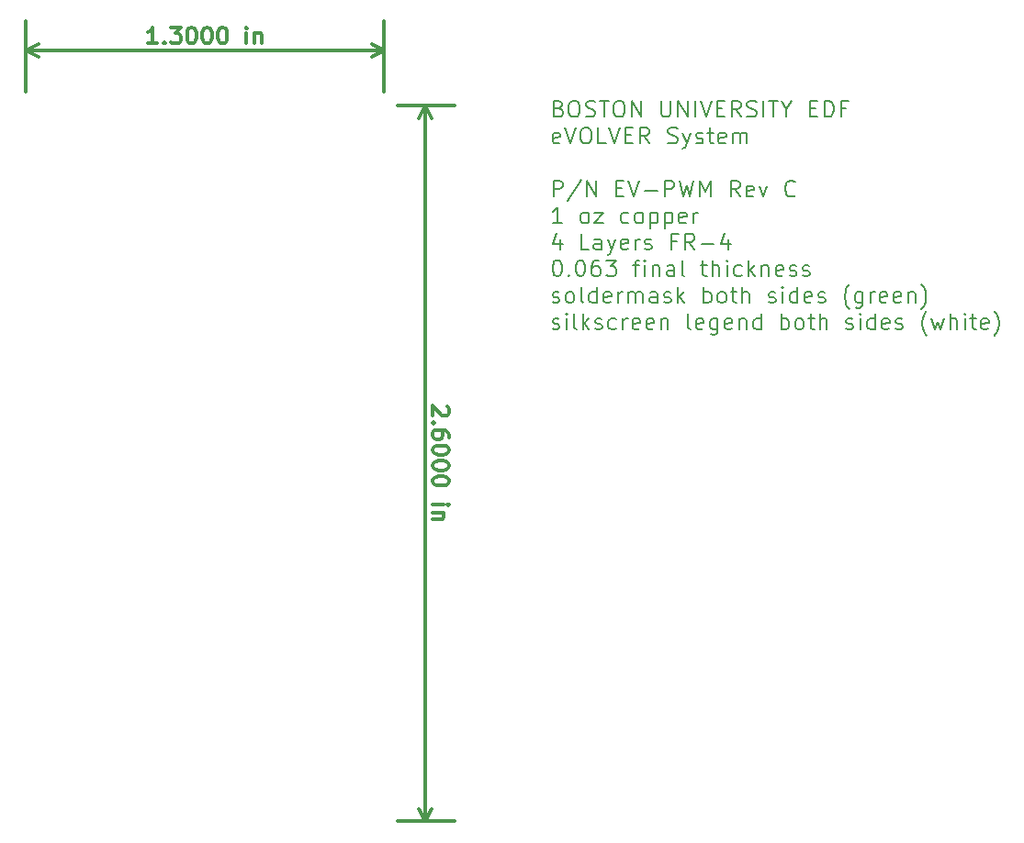
<source format=gbr>
G04 #@! TF.FileFunction,Drawing*
%FSLAX46Y46*%
G04 Gerber Fmt 4.6, Leading zero omitted, Abs format (unit mm)*
G04 Created by KiCad (PCBNEW 4.0.7) date Monday, October 08, 2018 'PMt' 05:16:59 PM*
%MOMM*%
%LPD*%
G01*
G04 APERTURE LIST*
%ADD10C,0.100000*%
%ADD11C,0.300000*%
%ADD12C,0.203200*%
G04 APERTURE END LIST*
D10*
D11*
X192528571Y-98890001D02*
X192600000Y-98961430D01*
X192671429Y-99104287D01*
X192671429Y-99461430D01*
X192600000Y-99604287D01*
X192528571Y-99675716D01*
X192385714Y-99747144D01*
X192242857Y-99747144D01*
X192028571Y-99675716D01*
X191171429Y-98818573D01*
X191171429Y-99747144D01*
X191314286Y-100390001D02*
X191242857Y-100461429D01*
X191171429Y-100390001D01*
X191242857Y-100318572D01*
X191314286Y-100390001D01*
X191171429Y-100390001D01*
X192671429Y-101747144D02*
X192671429Y-101461430D01*
X192600000Y-101318573D01*
X192528571Y-101247144D01*
X192314286Y-101104287D01*
X192028571Y-101032858D01*
X191457143Y-101032858D01*
X191314286Y-101104287D01*
X191242857Y-101175715D01*
X191171429Y-101318573D01*
X191171429Y-101604287D01*
X191242857Y-101747144D01*
X191314286Y-101818573D01*
X191457143Y-101890001D01*
X191814286Y-101890001D01*
X191957143Y-101818573D01*
X192028571Y-101747144D01*
X192100000Y-101604287D01*
X192100000Y-101318573D01*
X192028571Y-101175715D01*
X191957143Y-101104287D01*
X191814286Y-101032858D01*
X192671429Y-102818572D02*
X192671429Y-102961429D01*
X192600000Y-103104286D01*
X192528571Y-103175715D01*
X192385714Y-103247144D01*
X192100000Y-103318572D01*
X191742857Y-103318572D01*
X191457143Y-103247144D01*
X191314286Y-103175715D01*
X191242857Y-103104286D01*
X191171429Y-102961429D01*
X191171429Y-102818572D01*
X191242857Y-102675715D01*
X191314286Y-102604286D01*
X191457143Y-102532858D01*
X191742857Y-102461429D01*
X192100000Y-102461429D01*
X192385714Y-102532858D01*
X192528571Y-102604286D01*
X192600000Y-102675715D01*
X192671429Y-102818572D01*
X192671429Y-104247143D02*
X192671429Y-104390000D01*
X192600000Y-104532857D01*
X192528571Y-104604286D01*
X192385714Y-104675715D01*
X192100000Y-104747143D01*
X191742857Y-104747143D01*
X191457143Y-104675715D01*
X191314286Y-104604286D01*
X191242857Y-104532857D01*
X191171429Y-104390000D01*
X191171429Y-104247143D01*
X191242857Y-104104286D01*
X191314286Y-104032857D01*
X191457143Y-103961429D01*
X191742857Y-103890000D01*
X192100000Y-103890000D01*
X192385714Y-103961429D01*
X192528571Y-104032857D01*
X192600000Y-104104286D01*
X192671429Y-104247143D01*
X192671429Y-105675714D02*
X192671429Y-105818571D01*
X192600000Y-105961428D01*
X192528571Y-106032857D01*
X192385714Y-106104286D01*
X192100000Y-106175714D01*
X191742857Y-106175714D01*
X191457143Y-106104286D01*
X191314286Y-106032857D01*
X191242857Y-105961428D01*
X191171429Y-105818571D01*
X191171429Y-105675714D01*
X191242857Y-105532857D01*
X191314286Y-105461428D01*
X191457143Y-105390000D01*
X191742857Y-105318571D01*
X192100000Y-105318571D01*
X192385714Y-105390000D01*
X192528571Y-105461428D01*
X192600000Y-105532857D01*
X192671429Y-105675714D01*
X191171429Y-107961428D02*
X192171429Y-107961428D01*
X192671429Y-107961428D02*
X192600000Y-107889999D01*
X192528571Y-107961428D01*
X192600000Y-108032856D01*
X192671429Y-107961428D01*
X192528571Y-107961428D01*
X192171429Y-108675714D02*
X191171429Y-108675714D01*
X192028571Y-108675714D02*
X192100000Y-108747142D01*
X192171429Y-108890000D01*
X192171429Y-109104285D01*
X192100000Y-109247142D01*
X191957143Y-109318571D01*
X191171429Y-109318571D01*
X190500000Y-71120000D02*
X190500000Y-137160000D01*
X187960000Y-71120000D02*
X193200000Y-71120000D01*
X187960000Y-137160000D02*
X193200000Y-137160000D01*
X190500000Y-137160000D02*
X189913579Y-136033496D01*
X190500000Y-137160000D02*
X191086421Y-136033496D01*
X190500000Y-71120000D02*
X189913579Y-72246504D01*
X190500000Y-71120000D02*
X191086421Y-72246504D01*
X165787144Y-65368571D02*
X164930001Y-65368571D01*
X165358573Y-65368571D02*
X165358573Y-63868571D01*
X165215716Y-64082857D01*
X165072858Y-64225714D01*
X164930001Y-64297143D01*
X166430001Y-65225714D02*
X166501429Y-65297143D01*
X166430001Y-65368571D01*
X166358572Y-65297143D01*
X166430001Y-65225714D01*
X166430001Y-65368571D01*
X167001430Y-63868571D02*
X167930001Y-63868571D01*
X167430001Y-64440000D01*
X167644287Y-64440000D01*
X167787144Y-64511429D01*
X167858573Y-64582857D01*
X167930001Y-64725714D01*
X167930001Y-65082857D01*
X167858573Y-65225714D01*
X167787144Y-65297143D01*
X167644287Y-65368571D01*
X167215715Y-65368571D01*
X167072858Y-65297143D01*
X167001430Y-65225714D01*
X168858572Y-63868571D02*
X169001429Y-63868571D01*
X169144286Y-63940000D01*
X169215715Y-64011429D01*
X169287144Y-64154286D01*
X169358572Y-64440000D01*
X169358572Y-64797143D01*
X169287144Y-65082857D01*
X169215715Y-65225714D01*
X169144286Y-65297143D01*
X169001429Y-65368571D01*
X168858572Y-65368571D01*
X168715715Y-65297143D01*
X168644286Y-65225714D01*
X168572858Y-65082857D01*
X168501429Y-64797143D01*
X168501429Y-64440000D01*
X168572858Y-64154286D01*
X168644286Y-64011429D01*
X168715715Y-63940000D01*
X168858572Y-63868571D01*
X170287143Y-63868571D02*
X170430000Y-63868571D01*
X170572857Y-63940000D01*
X170644286Y-64011429D01*
X170715715Y-64154286D01*
X170787143Y-64440000D01*
X170787143Y-64797143D01*
X170715715Y-65082857D01*
X170644286Y-65225714D01*
X170572857Y-65297143D01*
X170430000Y-65368571D01*
X170287143Y-65368571D01*
X170144286Y-65297143D01*
X170072857Y-65225714D01*
X170001429Y-65082857D01*
X169930000Y-64797143D01*
X169930000Y-64440000D01*
X170001429Y-64154286D01*
X170072857Y-64011429D01*
X170144286Y-63940000D01*
X170287143Y-63868571D01*
X171715714Y-63868571D02*
X171858571Y-63868571D01*
X172001428Y-63940000D01*
X172072857Y-64011429D01*
X172144286Y-64154286D01*
X172215714Y-64440000D01*
X172215714Y-64797143D01*
X172144286Y-65082857D01*
X172072857Y-65225714D01*
X172001428Y-65297143D01*
X171858571Y-65368571D01*
X171715714Y-65368571D01*
X171572857Y-65297143D01*
X171501428Y-65225714D01*
X171430000Y-65082857D01*
X171358571Y-64797143D01*
X171358571Y-64440000D01*
X171430000Y-64154286D01*
X171501428Y-64011429D01*
X171572857Y-63940000D01*
X171715714Y-63868571D01*
X174001428Y-65368571D02*
X174001428Y-64368571D01*
X174001428Y-63868571D02*
X173929999Y-63940000D01*
X174001428Y-64011429D01*
X174072856Y-63940000D01*
X174001428Y-63868571D01*
X174001428Y-64011429D01*
X174715714Y-64368571D02*
X174715714Y-65368571D01*
X174715714Y-64511429D02*
X174787142Y-64440000D01*
X174930000Y-64368571D01*
X175144285Y-64368571D01*
X175287142Y-64440000D01*
X175358571Y-64582857D01*
X175358571Y-65368571D01*
X153670000Y-66040000D02*
X186690000Y-66040000D01*
X153670000Y-69850000D02*
X153670000Y-63340000D01*
X186690000Y-69850000D02*
X186690000Y-63340000D01*
X186690000Y-66040000D02*
X185563496Y-66626421D01*
X186690000Y-66040000D02*
X185563496Y-65453579D01*
X153670000Y-66040000D02*
X154796504Y-66626421D01*
X153670000Y-66040000D02*
X154796504Y-65453579D01*
D12*
X202787143Y-71360057D02*
X203001429Y-71431486D01*
X203072857Y-71502914D01*
X203144286Y-71645771D01*
X203144286Y-71860057D01*
X203072857Y-72002914D01*
X203001429Y-72074343D01*
X202858571Y-72145771D01*
X202287143Y-72145771D01*
X202287143Y-70645771D01*
X202787143Y-70645771D01*
X202930000Y-70717200D01*
X203001429Y-70788629D01*
X203072857Y-70931486D01*
X203072857Y-71074343D01*
X203001429Y-71217200D01*
X202930000Y-71288629D01*
X202787143Y-71360057D01*
X202287143Y-71360057D01*
X204072857Y-70645771D02*
X204358571Y-70645771D01*
X204501429Y-70717200D01*
X204644286Y-70860057D01*
X204715714Y-71145771D01*
X204715714Y-71645771D01*
X204644286Y-71931486D01*
X204501429Y-72074343D01*
X204358571Y-72145771D01*
X204072857Y-72145771D01*
X203930000Y-72074343D01*
X203787143Y-71931486D01*
X203715714Y-71645771D01*
X203715714Y-71145771D01*
X203787143Y-70860057D01*
X203930000Y-70717200D01*
X204072857Y-70645771D01*
X205287143Y-72074343D02*
X205501429Y-72145771D01*
X205858572Y-72145771D01*
X206001429Y-72074343D01*
X206072858Y-72002914D01*
X206144286Y-71860057D01*
X206144286Y-71717200D01*
X206072858Y-71574343D01*
X206001429Y-71502914D01*
X205858572Y-71431486D01*
X205572858Y-71360057D01*
X205430000Y-71288629D01*
X205358572Y-71217200D01*
X205287143Y-71074343D01*
X205287143Y-70931486D01*
X205358572Y-70788629D01*
X205430000Y-70717200D01*
X205572858Y-70645771D01*
X205930000Y-70645771D01*
X206144286Y-70717200D01*
X206572857Y-70645771D02*
X207430000Y-70645771D01*
X207001429Y-72145771D02*
X207001429Y-70645771D01*
X208215714Y-70645771D02*
X208501428Y-70645771D01*
X208644286Y-70717200D01*
X208787143Y-70860057D01*
X208858571Y-71145771D01*
X208858571Y-71645771D01*
X208787143Y-71931486D01*
X208644286Y-72074343D01*
X208501428Y-72145771D01*
X208215714Y-72145771D01*
X208072857Y-72074343D01*
X207930000Y-71931486D01*
X207858571Y-71645771D01*
X207858571Y-71145771D01*
X207930000Y-70860057D01*
X208072857Y-70717200D01*
X208215714Y-70645771D01*
X209501429Y-72145771D02*
X209501429Y-70645771D01*
X210358572Y-72145771D01*
X210358572Y-70645771D01*
X212215715Y-70645771D02*
X212215715Y-71860057D01*
X212287143Y-72002914D01*
X212358572Y-72074343D01*
X212501429Y-72145771D01*
X212787143Y-72145771D01*
X212930001Y-72074343D01*
X213001429Y-72002914D01*
X213072858Y-71860057D01*
X213072858Y-70645771D01*
X213787144Y-72145771D02*
X213787144Y-70645771D01*
X214644287Y-72145771D01*
X214644287Y-70645771D01*
X215358573Y-72145771D02*
X215358573Y-70645771D01*
X215858573Y-70645771D02*
X216358573Y-72145771D01*
X216858573Y-70645771D01*
X217358573Y-71360057D02*
X217858573Y-71360057D01*
X218072859Y-72145771D02*
X217358573Y-72145771D01*
X217358573Y-70645771D01*
X218072859Y-70645771D01*
X219572859Y-72145771D02*
X219072859Y-71431486D01*
X218715716Y-72145771D02*
X218715716Y-70645771D01*
X219287144Y-70645771D01*
X219430002Y-70717200D01*
X219501430Y-70788629D01*
X219572859Y-70931486D01*
X219572859Y-71145771D01*
X219501430Y-71288629D01*
X219430002Y-71360057D01*
X219287144Y-71431486D01*
X218715716Y-71431486D01*
X220144287Y-72074343D02*
X220358573Y-72145771D01*
X220715716Y-72145771D01*
X220858573Y-72074343D01*
X220930002Y-72002914D01*
X221001430Y-71860057D01*
X221001430Y-71717200D01*
X220930002Y-71574343D01*
X220858573Y-71502914D01*
X220715716Y-71431486D01*
X220430002Y-71360057D01*
X220287144Y-71288629D01*
X220215716Y-71217200D01*
X220144287Y-71074343D01*
X220144287Y-70931486D01*
X220215716Y-70788629D01*
X220287144Y-70717200D01*
X220430002Y-70645771D01*
X220787144Y-70645771D01*
X221001430Y-70717200D01*
X221644287Y-72145771D02*
X221644287Y-70645771D01*
X222144287Y-70645771D02*
X223001430Y-70645771D01*
X222572859Y-72145771D02*
X222572859Y-70645771D01*
X223787144Y-71431486D02*
X223787144Y-72145771D01*
X223287144Y-70645771D02*
X223787144Y-71431486D01*
X224287144Y-70645771D01*
X225930001Y-71360057D02*
X226430001Y-71360057D01*
X226644287Y-72145771D02*
X225930001Y-72145771D01*
X225930001Y-70645771D01*
X226644287Y-70645771D01*
X227287144Y-72145771D02*
X227287144Y-70645771D01*
X227644287Y-70645771D01*
X227858572Y-70717200D01*
X228001430Y-70860057D01*
X228072858Y-71002914D01*
X228144287Y-71288629D01*
X228144287Y-71502914D01*
X228072858Y-71788629D01*
X228001430Y-71931486D01*
X227858572Y-72074343D01*
X227644287Y-72145771D01*
X227287144Y-72145771D01*
X229287144Y-71360057D02*
X228787144Y-71360057D01*
X228787144Y-72145771D02*
X228787144Y-70645771D01*
X229501430Y-70645771D01*
X202858571Y-74527543D02*
X202715714Y-74598971D01*
X202430000Y-74598971D01*
X202287143Y-74527543D01*
X202215714Y-74384686D01*
X202215714Y-73813257D01*
X202287143Y-73670400D01*
X202430000Y-73598971D01*
X202715714Y-73598971D01*
X202858571Y-73670400D01*
X202930000Y-73813257D01*
X202930000Y-73956114D01*
X202215714Y-74098971D01*
X203358571Y-73098971D02*
X203858571Y-74598971D01*
X204358571Y-73098971D01*
X205144285Y-73098971D02*
X205429999Y-73098971D01*
X205572857Y-73170400D01*
X205715714Y-73313257D01*
X205787142Y-73598971D01*
X205787142Y-74098971D01*
X205715714Y-74384686D01*
X205572857Y-74527543D01*
X205429999Y-74598971D01*
X205144285Y-74598971D01*
X205001428Y-74527543D01*
X204858571Y-74384686D01*
X204787142Y-74098971D01*
X204787142Y-73598971D01*
X204858571Y-73313257D01*
X205001428Y-73170400D01*
X205144285Y-73098971D01*
X207144286Y-74598971D02*
X206430000Y-74598971D01*
X206430000Y-73098971D01*
X207430000Y-73098971D02*
X207930000Y-74598971D01*
X208430000Y-73098971D01*
X208930000Y-73813257D02*
X209430000Y-73813257D01*
X209644286Y-74598971D02*
X208930000Y-74598971D01*
X208930000Y-73098971D01*
X209644286Y-73098971D01*
X211144286Y-74598971D02*
X210644286Y-73884686D01*
X210287143Y-74598971D02*
X210287143Y-73098971D01*
X210858571Y-73098971D01*
X211001429Y-73170400D01*
X211072857Y-73241829D01*
X211144286Y-73384686D01*
X211144286Y-73598971D01*
X211072857Y-73741829D01*
X211001429Y-73813257D01*
X210858571Y-73884686D01*
X210287143Y-73884686D01*
X212858571Y-74527543D02*
X213072857Y-74598971D01*
X213430000Y-74598971D01*
X213572857Y-74527543D01*
X213644286Y-74456114D01*
X213715714Y-74313257D01*
X213715714Y-74170400D01*
X213644286Y-74027543D01*
X213572857Y-73956114D01*
X213430000Y-73884686D01*
X213144286Y-73813257D01*
X213001428Y-73741829D01*
X212930000Y-73670400D01*
X212858571Y-73527543D01*
X212858571Y-73384686D01*
X212930000Y-73241829D01*
X213001428Y-73170400D01*
X213144286Y-73098971D01*
X213501428Y-73098971D01*
X213715714Y-73170400D01*
X214215714Y-73598971D02*
X214572857Y-74598971D01*
X214929999Y-73598971D02*
X214572857Y-74598971D01*
X214429999Y-74956114D01*
X214358571Y-75027543D01*
X214215714Y-75098971D01*
X215429999Y-74527543D02*
X215572856Y-74598971D01*
X215858571Y-74598971D01*
X216001428Y-74527543D01*
X216072856Y-74384686D01*
X216072856Y-74313257D01*
X216001428Y-74170400D01*
X215858571Y-74098971D01*
X215644285Y-74098971D01*
X215501428Y-74027543D01*
X215429999Y-73884686D01*
X215429999Y-73813257D01*
X215501428Y-73670400D01*
X215644285Y-73598971D01*
X215858571Y-73598971D01*
X216001428Y-73670400D01*
X216501428Y-73598971D02*
X217072857Y-73598971D01*
X216715714Y-73098971D02*
X216715714Y-74384686D01*
X216787142Y-74527543D01*
X216930000Y-74598971D01*
X217072857Y-74598971D01*
X218144285Y-74527543D02*
X218001428Y-74598971D01*
X217715714Y-74598971D01*
X217572857Y-74527543D01*
X217501428Y-74384686D01*
X217501428Y-73813257D01*
X217572857Y-73670400D01*
X217715714Y-73598971D01*
X218001428Y-73598971D01*
X218144285Y-73670400D01*
X218215714Y-73813257D01*
X218215714Y-73956114D01*
X217501428Y-74098971D01*
X218858571Y-74598971D02*
X218858571Y-73598971D01*
X218858571Y-73741829D02*
X218929999Y-73670400D01*
X219072857Y-73598971D01*
X219287142Y-73598971D01*
X219429999Y-73670400D01*
X219501428Y-73813257D01*
X219501428Y-74598971D01*
X219501428Y-73813257D02*
X219572857Y-73670400D01*
X219715714Y-73598971D01*
X219929999Y-73598971D01*
X220072857Y-73670400D01*
X220144285Y-73813257D01*
X220144285Y-74598971D01*
X202287143Y-79505371D02*
X202287143Y-78005371D01*
X202858571Y-78005371D01*
X203001429Y-78076800D01*
X203072857Y-78148229D01*
X203144286Y-78291086D01*
X203144286Y-78505371D01*
X203072857Y-78648229D01*
X203001429Y-78719657D01*
X202858571Y-78791086D01*
X202287143Y-78791086D01*
X204858571Y-77933943D02*
X203572857Y-79862514D01*
X205358572Y-79505371D02*
X205358572Y-78005371D01*
X206215715Y-79505371D01*
X206215715Y-78005371D01*
X208072858Y-78719657D02*
X208572858Y-78719657D01*
X208787144Y-79505371D02*
X208072858Y-79505371D01*
X208072858Y-78005371D01*
X208787144Y-78005371D01*
X209215715Y-78005371D02*
X209715715Y-79505371D01*
X210215715Y-78005371D01*
X210715715Y-78933943D02*
X211858572Y-78933943D01*
X212572858Y-79505371D02*
X212572858Y-78005371D01*
X213144286Y-78005371D01*
X213287144Y-78076800D01*
X213358572Y-78148229D01*
X213430001Y-78291086D01*
X213430001Y-78505371D01*
X213358572Y-78648229D01*
X213287144Y-78719657D01*
X213144286Y-78791086D01*
X212572858Y-78791086D01*
X213930001Y-78005371D02*
X214287144Y-79505371D01*
X214572858Y-78433943D01*
X214858572Y-79505371D01*
X215215715Y-78005371D01*
X215787144Y-79505371D02*
X215787144Y-78005371D01*
X216287144Y-79076800D01*
X216787144Y-78005371D01*
X216787144Y-79505371D01*
X219501430Y-79505371D02*
X219001430Y-78791086D01*
X218644287Y-79505371D02*
X218644287Y-78005371D01*
X219215715Y-78005371D01*
X219358573Y-78076800D01*
X219430001Y-78148229D01*
X219501430Y-78291086D01*
X219501430Y-78505371D01*
X219430001Y-78648229D01*
X219358573Y-78719657D01*
X219215715Y-78791086D01*
X218644287Y-78791086D01*
X220715715Y-79433943D02*
X220572858Y-79505371D01*
X220287144Y-79505371D01*
X220144287Y-79433943D01*
X220072858Y-79291086D01*
X220072858Y-78719657D01*
X220144287Y-78576800D01*
X220287144Y-78505371D01*
X220572858Y-78505371D01*
X220715715Y-78576800D01*
X220787144Y-78719657D01*
X220787144Y-78862514D01*
X220072858Y-79005371D01*
X221287144Y-78505371D02*
X221644287Y-79505371D01*
X222001429Y-78505371D01*
X224572858Y-79362514D02*
X224501429Y-79433943D01*
X224287143Y-79505371D01*
X224144286Y-79505371D01*
X223930001Y-79433943D01*
X223787143Y-79291086D01*
X223715715Y-79148229D01*
X223644286Y-78862514D01*
X223644286Y-78648229D01*
X223715715Y-78362514D01*
X223787143Y-78219657D01*
X223930001Y-78076800D01*
X224144286Y-78005371D01*
X224287143Y-78005371D01*
X224501429Y-78076800D01*
X224572858Y-78148229D01*
X203072857Y-81958571D02*
X202215714Y-81958571D01*
X202644286Y-81958571D02*
X202644286Y-80458571D01*
X202501429Y-80672857D01*
X202358571Y-80815714D01*
X202215714Y-80887143D01*
X205072857Y-81958571D02*
X204929999Y-81887143D01*
X204858571Y-81815714D01*
X204787142Y-81672857D01*
X204787142Y-81244286D01*
X204858571Y-81101429D01*
X204929999Y-81030000D01*
X205072857Y-80958571D01*
X205287142Y-80958571D01*
X205429999Y-81030000D01*
X205501428Y-81101429D01*
X205572857Y-81244286D01*
X205572857Y-81672857D01*
X205501428Y-81815714D01*
X205429999Y-81887143D01*
X205287142Y-81958571D01*
X205072857Y-81958571D01*
X206072857Y-80958571D02*
X206858571Y-80958571D01*
X206072857Y-81958571D01*
X206858571Y-81958571D01*
X209215714Y-81887143D02*
X209072857Y-81958571D01*
X208787143Y-81958571D01*
X208644285Y-81887143D01*
X208572857Y-81815714D01*
X208501428Y-81672857D01*
X208501428Y-81244286D01*
X208572857Y-81101429D01*
X208644285Y-81030000D01*
X208787143Y-80958571D01*
X209072857Y-80958571D01*
X209215714Y-81030000D01*
X210072857Y-81958571D02*
X209929999Y-81887143D01*
X209858571Y-81815714D01*
X209787142Y-81672857D01*
X209787142Y-81244286D01*
X209858571Y-81101429D01*
X209929999Y-81030000D01*
X210072857Y-80958571D01*
X210287142Y-80958571D01*
X210429999Y-81030000D01*
X210501428Y-81101429D01*
X210572857Y-81244286D01*
X210572857Y-81672857D01*
X210501428Y-81815714D01*
X210429999Y-81887143D01*
X210287142Y-81958571D01*
X210072857Y-81958571D01*
X211215714Y-80958571D02*
X211215714Y-82458571D01*
X211215714Y-81030000D02*
X211358571Y-80958571D01*
X211644285Y-80958571D01*
X211787142Y-81030000D01*
X211858571Y-81101429D01*
X211930000Y-81244286D01*
X211930000Y-81672857D01*
X211858571Y-81815714D01*
X211787142Y-81887143D01*
X211644285Y-81958571D01*
X211358571Y-81958571D01*
X211215714Y-81887143D01*
X212572857Y-80958571D02*
X212572857Y-82458571D01*
X212572857Y-81030000D02*
X212715714Y-80958571D01*
X213001428Y-80958571D01*
X213144285Y-81030000D01*
X213215714Y-81101429D01*
X213287143Y-81244286D01*
X213287143Y-81672857D01*
X213215714Y-81815714D01*
X213144285Y-81887143D01*
X213001428Y-81958571D01*
X212715714Y-81958571D01*
X212572857Y-81887143D01*
X214501428Y-81887143D02*
X214358571Y-81958571D01*
X214072857Y-81958571D01*
X213930000Y-81887143D01*
X213858571Y-81744286D01*
X213858571Y-81172857D01*
X213930000Y-81030000D01*
X214072857Y-80958571D01*
X214358571Y-80958571D01*
X214501428Y-81030000D01*
X214572857Y-81172857D01*
X214572857Y-81315714D01*
X213858571Y-81458571D01*
X215215714Y-81958571D02*
X215215714Y-80958571D01*
X215215714Y-81244286D02*
X215287142Y-81101429D01*
X215358571Y-81030000D01*
X215501428Y-80958571D01*
X215644285Y-80958571D01*
X202930000Y-83411771D02*
X202930000Y-84411771D01*
X202572857Y-82840343D02*
X202215714Y-83911771D01*
X203144286Y-83911771D01*
X205572857Y-84411771D02*
X204858571Y-84411771D01*
X204858571Y-82911771D01*
X206715714Y-84411771D02*
X206715714Y-83626057D01*
X206644285Y-83483200D01*
X206501428Y-83411771D01*
X206215714Y-83411771D01*
X206072857Y-83483200D01*
X206715714Y-84340343D02*
X206572857Y-84411771D01*
X206215714Y-84411771D01*
X206072857Y-84340343D01*
X206001428Y-84197486D01*
X206001428Y-84054629D01*
X206072857Y-83911771D01*
X206215714Y-83840343D01*
X206572857Y-83840343D01*
X206715714Y-83768914D01*
X207287143Y-83411771D02*
X207644286Y-84411771D01*
X208001428Y-83411771D02*
X207644286Y-84411771D01*
X207501428Y-84768914D01*
X207430000Y-84840343D01*
X207287143Y-84911771D01*
X209144285Y-84340343D02*
X209001428Y-84411771D01*
X208715714Y-84411771D01*
X208572857Y-84340343D01*
X208501428Y-84197486D01*
X208501428Y-83626057D01*
X208572857Y-83483200D01*
X208715714Y-83411771D01*
X209001428Y-83411771D01*
X209144285Y-83483200D01*
X209215714Y-83626057D01*
X209215714Y-83768914D01*
X208501428Y-83911771D01*
X209858571Y-84411771D02*
X209858571Y-83411771D01*
X209858571Y-83697486D02*
X209929999Y-83554629D01*
X210001428Y-83483200D01*
X210144285Y-83411771D01*
X210287142Y-83411771D01*
X210715713Y-84340343D02*
X210858570Y-84411771D01*
X211144285Y-84411771D01*
X211287142Y-84340343D01*
X211358570Y-84197486D01*
X211358570Y-84126057D01*
X211287142Y-83983200D01*
X211144285Y-83911771D01*
X210929999Y-83911771D01*
X210787142Y-83840343D01*
X210715713Y-83697486D01*
X210715713Y-83626057D01*
X210787142Y-83483200D01*
X210929999Y-83411771D01*
X211144285Y-83411771D01*
X211287142Y-83483200D01*
X213644285Y-83626057D02*
X213144285Y-83626057D01*
X213144285Y-84411771D02*
X213144285Y-82911771D01*
X213858571Y-82911771D01*
X215287142Y-84411771D02*
X214787142Y-83697486D01*
X214429999Y-84411771D02*
X214429999Y-82911771D01*
X215001427Y-82911771D01*
X215144285Y-82983200D01*
X215215713Y-83054629D01*
X215287142Y-83197486D01*
X215287142Y-83411771D01*
X215215713Y-83554629D01*
X215144285Y-83626057D01*
X215001427Y-83697486D01*
X214429999Y-83697486D01*
X215929999Y-83840343D02*
X217072856Y-83840343D01*
X218429999Y-83411771D02*
X218429999Y-84411771D01*
X218072856Y-82840343D02*
X217715713Y-83911771D01*
X218644285Y-83911771D01*
X202572857Y-85364971D02*
X202715714Y-85364971D01*
X202858571Y-85436400D01*
X202930000Y-85507829D01*
X203001429Y-85650686D01*
X203072857Y-85936400D01*
X203072857Y-86293543D01*
X203001429Y-86579257D01*
X202930000Y-86722114D01*
X202858571Y-86793543D01*
X202715714Y-86864971D01*
X202572857Y-86864971D01*
X202430000Y-86793543D01*
X202358571Y-86722114D01*
X202287143Y-86579257D01*
X202215714Y-86293543D01*
X202215714Y-85936400D01*
X202287143Y-85650686D01*
X202358571Y-85507829D01*
X202430000Y-85436400D01*
X202572857Y-85364971D01*
X203715714Y-86722114D02*
X203787142Y-86793543D01*
X203715714Y-86864971D01*
X203644285Y-86793543D01*
X203715714Y-86722114D01*
X203715714Y-86864971D01*
X204715714Y-85364971D02*
X204858571Y-85364971D01*
X205001428Y-85436400D01*
X205072857Y-85507829D01*
X205144286Y-85650686D01*
X205215714Y-85936400D01*
X205215714Y-86293543D01*
X205144286Y-86579257D01*
X205072857Y-86722114D01*
X205001428Y-86793543D01*
X204858571Y-86864971D01*
X204715714Y-86864971D01*
X204572857Y-86793543D01*
X204501428Y-86722114D01*
X204430000Y-86579257D01*
X204358571Y-86293543D01*
X204358571Y-85936400D01*
X204430000Y-85650686D01*
X204501428Y-85507829D01*
X204572857Y-85436400D01*
X204715714Y-85364971D01*
X206501428Y-85364971D02*
X206215714Y-85364971D01*
X206072857Y-85436400D01*
X206001428Y-85507829D01*
X205858571Y-85722114D01*
X205787142Y-86007829D01*
X205787142Y-86579257D01*
X205858571Y-86722114D01*
X205929999Y-86793543D01*
X206072857Y-86864971D01*
X206358571Y-86864971D01*
X206501428Y-86793543D01*
X206572857Y-86722114D01*
X206644285Y-86579257D01*
X206644285Y-86222114D01*
X206572857Y-86079257D01*
X206501428Y-86007829D01*
X206358571Y-85936400D01*
X206072857Y-85936400D01*
X205929999Y-86007829D01*
X205858571Y-86079257D01*
X205787142Y-86222114D01*
X207144285Y-85364971D02*
X208072856Y-85364971D01*
X207572856Y-85936400D01*
X207787142Y-85936400D01*
X207929999Y-86007829D01*
X208001428Y-86079257D01*
X208072856Y-86222114D01*
X208072856Y-86579257D01*
X208001428Y-86722114D01*
X207929999Y-86793543D01*
X207787142Y-86864971D01*
X207358570Y-86864971D01*
X207215713Y-86793543D01*
X207144285Y-86722114D01*
X209644284Y-85864971D02*
X210215713Y-85864971D01*
X209858570Y-86864971D02*
X209858570Y-85579257D01*
X209929998Y-85436400D01*
X210072856Y-85364971D01*
X210215713Y-85364971D01*
X210715713Y-86864971D02*
X210715713Y-85864971D01*
X210715713Y-85364971D02*
X210644284Y-85436400D01*
X210715713Y-85507829D01*
X210787141Y-85436400D01*
X210715713Y-85364971D01*
X210715713Y-85507829D01*
X211429999Y-85864971D02*
X211429999Y-86864971D01*
X211429999Y-86007829D02*
X211501427Y-85936400D01*
X211644285Y-85864971D01*
X211858570Y-85864971D01*
X212001427Y-85936400D01*
X212072856Y-86079257D01*
X212072856Y-86864971D01*
X213429999Y-86864971D02*
X213429999Y-86079257D01*
X213358570Y-85936400D01*
X213215713Y-85864971D01*
X212929999Y-85864971D01*
X212787142Y-85936400D01*
X213429999Y-86793543D02*
X213287142Y-86864971D01*
X212929999Y-86864971D01*
X212787142Y-86793543D01*
X212715713Y-86650686D01*
X212715713Y-86507829D01*
X212787142Y-86364971D01*
X212929999Y-86293543D01*
X213287142Y-86293543D01*
X213429999Y-86222114D01*
X214358571Y-86864971D02*
X214215713Y-86793543D01*
X214144285Y-86650686D01*
X214144285Y-85364971D01*
X215858570Y-85864971D02*
X216429999Y-85864971D01*
X216072856Y-85364971D02*
X216072856Y-86650686D01*
X216144284Y-86793543D01*
X216287142Y-86864971D01*
X216429999Y-86864971D01*
X216929999Y-86864971D02*
X216929999Y-85364971D01*
X217572856Y-86864971D02*
X217572856Y-86079257D01*
X217501427Y-85936400D01*
X217358570Y-85864971D01*
X217144285Y-85864971D01*
X217001427Y-85936400D01*
X216929999Y-86007829D01*
X218287142Y-86864971D02*
X218287142Y-85864971D01*
X218287142Y-85364971D02*
X218215713Y-85436400D01*
X218287142Y-85507829D01*
X218358570Y-85436400D01*
X218287142Y-85364971D01*
X218287142Y-85507829D01*
X219644285Y-86793543D02*
X219501428Y-86864971D01*
X219215714Y-86864971D01*
X219072856Y-86793543D01*
X219001428Y-86722114D01*
X218929999Y-86579257D01*
X218929999Y-86150686D01*
X219001428Y-86007829D01*
X219072856Y-85936400D01*
X219215714Y-85864971D01*
X219501428Y-85864971D01*
X219644285Y-85936400D01*
X220287142Y-86864971D02*
X220287142Y-85364971D01*
X220429999Y-86293543D02*
X220858570Y-86864971D01*
X220858570Y-85864971D02*
X220287142Y-86436400D01*
X221501428Y-85864971D02*
X221501428Y-86864971D01*
X221501428Y-86007829D02*
X221572856Y-85936400D01*
X221715714Y-85864971D01*
X221929999Y-85864971D01*
X222072856Y-85936400D01*
X222144285Y-86079257D01*
X222144285Y-86864971D01*
X223429999Y-86793543D02*
X223287142Y-86864971D01*
X223001428Y-86864971D01*
X222858571Y-86793543D01*
X222787142Y-86650686D01*
X222787142Y-86079257D01*
X222858571Y-85936400D01*
X223001428Y-85864971D01*
X223287142Y-85864971D01*
X223429999Y-85936400D01*
X223501428Y-86079257D01*
X223501428Y-86222114D01*
X222787142Y-86364971D01*
X224072856Y-86793543D02*
X224215713Y-86864971D01*
X224501428Y-86864971D01*
X224644285Y-86793543D01*
X224715713Y-86650686D01*
X224715713Y-86579257D01*
X224644285Y-86436400D01*
X224501428Y-86364971D01*
X224287142Y-86364971D01*
X224144285Y-86293543D01*
X224072856Y-86150686D01*
X224072856Y-86079257D01*
X224144285Y-85936400D01*
X224287142Y-85864971D01*
X224501428Y-85864971D01*
X224644285Y-85936400D01*
X225287142Y-86793543D02*
X225429999Y-86864971D01*
X225715714Y-86864971D01*
X225858571Y-86793543D01*
X225929999Y-86650686D01*
X225929999Y-86579257D01*
X225858571Y-86436400D01*
X225715714Y-86364971D01*
X225501428Y-86364971D01*
X225358571Y-86293543D01*
X225287142Y-86150686D01*
X225287142Y-86079257D01*
X225358571Y-85936400D01*
X225501428Y-85864971D01*
X225715714Y-85864971D01*
X225858571Y-85936400D01*
X202215714Y-89246743D02*
X202358571Y-89318171D01*
X202644286Y-89318171D01*
X202787143Y-89246743D01*
X202858571Y-89103886D01*
X202858571Y-89032457D01*
X202787143Y-88889600D01*
X202644286Y-88818171D01*
X202430000Y-88818171D01*
X202287143Y-88746743D01*
X202215714Y-88603886D01*
X202215714Y-88532457D01*
X202287143Y-88389600D01*
X202430000Y-88318171D01*
X202644286Y-88318171D01*
X202787143Y-88389600D01*
X203715715Y-89318171D02*
X203572857Y-89246743D01*
X203501429Y-89175314D01*
X203430000Y-89032457D01*
X203430000Y-88603886D01*
X203501429Y-88461029D01*
X203572857Y-88389600D01*
X203715715Y-88318171D01*
X203930000Y-88318171D01*
X204072857Y-88389600D01*
X204144286Y-88461029D01*
X204215715Y-88603886D01*
X204215715Y-89032457D01*
X204144286Y-89175314D01*
X204072857Y-89246743D01*
X203930000Y-89318171D01*
X203715715Y-89318171D01*
X205072858Y-89318171D02*
X204930000Y-89246743D01*
X204858572Y-89103886D01*
X204858572Y-87818171D01*
X206287143Y-89318171D02*
X206287143Y-87818171D01*
X206287143Y-89246743D02*
X206144286Y-89318171D01*
X205858572Y-89318171D01*
X205715714Y-89246743D01*
X205644286Y-89175314D01*
X205572857Y-89032457D01*
X205572857Y-88603886D01*
X205644286Y-88461029D01*
X205715714Y-88389600D01*
X205858572Y-88318171D01*
X206144286Y-88318171D01*
X206287143Y-88389600D01*
X207572857Y-89246743D02*
X207430000Y-89318171D01*
X207144286Y-89318171D01*
X207001429Y-89246743D01*
X206930000Y-89103886D01*
X206930000Y-88532457D01*
X207001429Y-88389600D01*
X207144286Y-88318171D01*
X207430000Y-88318171D01*
X207572857Y-88389600D01*
X207644286Y-88532457D01*
X207644286Y-88675314D01*
X206930000Y-88818171D01*
X208287143Y-89318171D02*
X208287143Y-88318171D01*
X208287143Y-88603886D02*
X208358571Y-88461029D01*
X208430000Y-88389600D01*
X208572857Y-88318171D01*
X208715714Y-88318171D01*
X209215714Y-89318171D02*
X209215714Y-88318171D01*
X209215714Y-88461029D02*
X209287142Y-88389600D01*
X209430000Y-88318171D01*
X209644285Y-88318171D01*
X209787142Y-88389600D01*
X209858571Y-88532457D01*
X209858571Y-89318171D01*
X209858571Y-88532457D02*
X209930000Y-88389600D01*
X210072857Y-88318171D01*
X210287142Y-88318171D01*
X210430000Y-88389600D01*
X210501428Y-88532457D01*
X210501428Y-89318171D01*
X211858571Y-89318171D02*
X211858571Y-88532457D01*
X211787142Y-88389600D01*
X211644285Y-88318171D01*
X211358571Y-88318171D01*
X211215714Y-88389600D01*
X211858571Y-89246743D02*
X211715714Y-89318171D01*
X211358571Y-89318171D01*
X211215714Y-89246743D01*
X211144285Y-89103886D01*
X211144285Y-88961029D01*
X211215714Y-88818171D01*
X211358571Y-88746743D01*
X211715714Y-88746743D01*
X211858571Y-88675314D01*
X212501428Y-89246743D02*
X212644285Y-89318171D01*
X212930000Y-89318171D01*
X213072857Y-89246743D01*
X213144285Y-89103886D01*
X213144285Y-89032457D01*
X213072857Y-88889600D01*
X212930000Y-88818171D01*
X212715714Y-88818171D01*
X212572857Y-88746743D01*
X212501428Y-88603886D01*
X212501428Y-88532457D01*
X212572857Y-88389600D01*
X212715714Y-88318171D01*
X212930000Y-88318171D01*
X213072857Y-88389600D01*
X213787143Y-89318171D02*
X213787143Y-87818171D01*
X213930000Y-88746743D02*
X214358571Y-89318171D01*
X214358571Y-88318171D02*
X213787143Y-88889600D01*
X216144286Y-89318171D02*
X216144286Y-87818171D01*
X216144286Y-88389600D02*
X216287143Y-88318171D01*
X216572857Y-88318171D01*
X216715714Y-88389600D01*
X216787143Y-88461029D01*
X216858572Y-88603886D01*
X216858572Y-89032457D01*
X216787143Y-89175314D01*
X216715714Y-89246743D01*
X216572857Y-89318171D01*
X216287143Y-89318171D01*
X216144286Y-89246743D01*
X217715715Y-89318171D02*
X217572857Y-89246743D01*
X217501429Y-89175314D01*
X217430000Y-89032457D01*
X217430000Y-88603886D01*
X217501429Y-88461029D01*
X217572857Y-88389600D01*
X217715715Y-88318171D01*
X217930000Y-88318171D01*
X218072857Y-88389600D01*
X218144286Y-88461029D01*
X218215715Y-88603886D01*
X218215715Y-89032457D01*
X218144286Y-89175314D01*
X218072857Y-89246743D01*
X217930000Y-89318171D01*
X217715715Y-89318171D01*
X218644286Y-88318171D02*
X219215715Y-88318171D01*
X218858572Y-87818171D02*
X218858572Y-89103886D01*
X218930000Y-89246743D01*
X219072858Y-89318171D01*
X219215715Y-89318171D01*
X219715715Y-89318171D02*
X219715715Y-87818171D01*
X220358572Y-89318171D02*
X220358572Y-88532457D01*
X220287143Y-88389600D01*
X220144286Y-88318171D01*
X219930001Y-88318171D01*
X219787143Y-88389600D01*
X219715715Y-88461029D01*
X222144286Y-89246743D02*
X222287143Y-89318171D01*
X222572858Y-89318171D01*
X222715715Y-89246743D01*
X222787143Y-89103886D01*
X222787143Y-89032457D01*
X222715715Y-88889600D01*
X222572858Y-88818171D01*
X222358572Y-88818171D01*
X222215715Y-88746743D01*
X222144286Y-88603886D01*
X222144286Y-88532457D01*
X222215715Y-88389600D01*
X222358572Y-88318171D01*
X222572858Y-88318171D01*
X222715715Y-88389600D01*
X223430001Y-89318171D02*
X223430001Y-88318171D01*
X223430001Y-87818171D02*
X223358572Y-87889600D01*
X223430001Y-87961029D01*
X223501429Y-87889600D01*
X223430001Y-87818171D01*
X223430001Y-87961029D01*
X224787144Y-89318171D02*
X224787144Y-87818171D01*
X224787144Y-89246743D02*
X224644287Y-89318171D01*
X224358573Y-89318171D01*
X224215715Y-89246743D01*
X224144287Y-89175314D01*
X224072858Y-89032457D01*
X224072858Y-88603886D01*
X224144287Y-88461029D01*
X224215715Y-88389600D01*
X224358573Y-88318171D01*
X224644287Y-88318171D01*
X224787144Y-88389600D01*
X226072858Y-89246743D02*
X225930001Y-89318171D01*
X225644287Y-89318171D01*
X225501430Y-89246743D01*
X225430001Y-89103886D01*
X225430001Y-88532457D01*
X225501430Y-88389600D01*
X225644287Y-88318171D01*
X225930001Y-88318171D01*
X226072858Y-88389600D01*
X226144287Y-88532457D01*
X226144287Y-88675314D01*
X225430001Y-88818171D01*
X226715715Y-89246743D02*
X226858572Y-89318171D01*
X227144287Y-89318171D01*
X227287144Y-89246743D01*
X227358572Y-89103886D01*
X227358572Y-89032457D01*
X227287144Y-88889600D01*
X227144287Y-88818171D01*
X226930001Y-88818171D01*
X226787144Y-88746743D01*
X226715715Y-88603886D01*
X226715715Y-88532457D01*
X226787144Y-88389600D01*
X226930001Y-88318171D01*
X227144287Y-88318171D01*
X227287144Y-88389600D01*
X229572858Y-89889600D02*
X229501430Y-89818171D01*
X229358573Y-89603886D01*
X229287144Y-89461029D01*
X229215715Y-89246743D01*
X229144287Y-88889600D01*
X229144287Y-88603886D01*
X229215715Y-88246743D01*
X229287144Y-88032457D01*
X229358573Y-87889600D01*
X229501430Y-87675314D01*
X229572858Y-87603886D01*
X230787144Y-88318171D02*
X230787144Y-89532457D01*
X230715715Y-89675314D01*
X230644287Y-89746743D01*
X230501430Y-89818171D01*
X230287144Y-89818171D01*
X230144287Y-89746743D01*
X230787144Y-89246743D02*
X230644287Y-89318171D01*
X230358573Y-89318171D01*
X230215715Y-89246743D01*
X230144287Y-89175314D01*
X230072858Y-89032457D01*
X230072858Y-88603886D01*
X230144287Y-88461029D01*
X230215715Y-88389600D01*
X230358573Y-88318171D01*
X230644287Y-88318171D01*
X230787144Y-88389600D01*
X231501430Y-89318171D02*
X231501430Y-88318171D01*
X231501430Y-88603886D02*
X231572858Y-88461029D01*
X231644287Y-88389600D01*
X231787144Y-88318171D01*
X231930001Y-88318171D01*
X233001429Y-89246743D02*
X232858572Y-89318171D01*
X232572858Y-89318171D01*
X232430001Y-89246743D01*
X232358572Y-89103886D01*
X232358572Y-88532457D01*
X232430001Y-88389600D01*
X232572858Y-88318171D01*
X232858572Y-88318171D01*
X233001429Y-88389600D01*
X233072858Y-88532457D01*
X233072858Y-88675314D01*
X232358572Y-88818171D01*
X234287143Y-89246743D02*
X234144286Y-89318171D01*
X233858572Y-89318171D01*
X233715715Y-89246743D01*
X233644286Y-89103886D01*
X233644286Y-88532457D01*
X233715715Y-88389600D01*
X233858572Y-88318171D01*
X234144286Y-88318171D01*
X234287143Y-88389600D01*
X234358572Y-88532457D01*
X234358572Y-88675314D01*
X233644286Y-88818171D01*
X235001429Y-88318171D02*
X235001429Y-89318171D01*
X235001429Y-88461029D02*
X235072857Y-88389600D01*
X235215715Y-88318171D01*
X235430000Y-88318171D01*
X235572857Y-88389600D01*
X235644286Y-88532457D01*
X235644286Y-89318171D01*
X236215715Y-89889600D02*
X236287143Y-89818171D01*
X236430000Y-89603886D01*
X236501429Y-89461029D01*
X236572858Y-89246743D01*
X236644286Y-88889600D01*
X236644286Y-88603886D01*
X236572858Y-88246743D01*
X236501429Y-88032457D01*
X236430000Y-87889600D01*
X236287143Y-87675314D01*
X236215715Y-87603886D01*
X202215714Y-91699943D02*
X202358571Y-91771371D01*
X202644286Y-91771371D01*
X202787143Y-91699943D01*
X202858571Y-91557086D01*
X202858571Y-91485657D01*
X202787143Y-91342800D01*
X202644286Y-91271371D01*
X202430000Y-91271371D01*
X202287143Y-91199943D01*
X202215714Y-91057086D01*
X202215714Y-90985657D01*
X202287143Y-90842800D01*
X202430000Y-90771371D01*
X202644286Y-90771371D01*
X202787143Y-90842800D01*
X203501429Y-91771371D02*
X203501429Y-90771371D01*
X203501429Y-90271371D02*
X203430000Y-90342800D01*
X203501429Y-90414229D01*
X203572857Y-90342800D01*
X203501429Y-90271371D01*
X203501429Y-90414229D01*
X204430001Y-91771371D02*
X204287143Y-91699943D01*
X204215715Y-91557086D01*
X204215715Y-90271371D01*
X205001429Y-91771371D02*
X205001429Y-90271371D01*
X205144286Y-91199943D02*
X205572857Y-91771371D01*
X205572857Y-90771371D02*
X205001429Y-91342800D01*
X206144286Y-91699943D02*
X206287143Y-91771371D01*
X206572858Y-91771371D01*
X206715715Y-91699943D01*
X206787143Y-91557086D01*
X206787143Y-91485657D01*
X206715715Y-91342800D01*
X206572858Y-91271371D01*
X206358572Y-91271371D01*
X206215715Y-91199943D01*
X206144286Y-91057086D01*
X206144286Y-90985657D01*
X206215715Y-90842800D01*
X206358572Y-90771371D01*
X206572858Y-90771371D01*
X206715715Y-90842800D01*
X208072858Y-91699943D02*
X207930001Y-91771371D01*
X207644287Y-91771371D01*
X207501429Y-91699943D01*
X207430001Y-91628514D01*
X207358572Y-91485657D01*
X207358572Y-91057086D01*
X207430001Y-90914229D01*
X207501429Y-90842800D01*
X207644287Y-90771371D01*
X207930001Y-90771371D01*
X208072858Y-90842800D01*
X208715715Y-91771371D02*
X208715715Y-90771371D01*
X208715715Y-91057086D02*
X208787143Y-90914229D01*
X208858572Y-90842800D01*
X209001429Y-90771371D01*
X209144286Y-90771371D01*
X210215714Y-91699943D02*
X210072857Y-91771371D01*
X209787143Y-91771371D01*
X209644286Y-91699943D01*
X209572857Y-91557086D01*
X209572857Y-90985657D01*
X209644286Y-90842800D01*
X209787143Y-90771371D01*
X210072857Y-90771371D01*
X210215714Y-90842800D01*
X210287143Y-90985657D01*
X210287143Y-91128514D01*
X209572857Y-91271371D01*
X211501428Y-91699943D02*
X211358571Y-91771371D01*
X211072857Y-91771371D01*
X210930000Y-91699943D01*
X210858571Y-91557086D01*
X210858571Y-90985657D01*
X210930000Y-90842800D01*
X211072857Y-90771371D01*
X211358571Y-90771371D01*
X211501428Y-90842800D01*
X211572857Y-90985657D01*
X211572857Y-91128514D01*
X210858571Y-91271371D01*
X212215714Y-90771371D02*
X212215714Y-91771371D01*
X212215714Y-90914229D02*
X212287142Y-90842800D01*
X212430000Y-90771371D01*
X212644285Y-90771371D01*
X212787142Y-90842800D01*
X212858571Y-90985657D01*
X212858571Y-91771371D01*
X214930000Y-91771371D02*
X214787142Y-91699943D01*
X214715714Y-91557086D01*
X214715714Y-90271371D01*
X216072856Y-91699943D02*
X215929999Y-91771371D01*
X215644285Y-91771371D01*
X215501428Y-91699943D01*
X215429999Y-91557086D01*
X215429999Y-90985657D01*
X215501428Y-90842800D01*
X215644285Y-90771371D01*
X215929999Y-90771371D01*
X216072856Y-90842800D01*
X216144285Y-90985657D01*
X216144285Y-91128514D01*
X215429999Y-91271371D01*
X217429999Y-90771371D02*
X217429999Y-91985657D01*
X217358570Y-92128514D01*
X217287142Y-92199943D01*
X217144285Y-92271371D01*
X216929999Y-92271371D01*
X216787142Y-92199943D01*
X217429999Y-91699943D02*
X217287142Y-91771371D01*
X217001428Y-91771371D01*
X216858570Y-91699943D01*
X216787142Y-91628514D01*
X216715713Y-91485657D01*
X216715713Y-91057086D01*
X216787142Y-90914229D01*
X216858570Y-90842800D01*
X217001428Y-90771371D01*
X217287142Y-90771371D01*
X217429999Y-90842800D01*
X218715713Y-91699943D02*
X218572856Y-91771371D01*
X218287142Y-91771371D01*
X218144285Y-91699943D01*
X218072856Y-91557086D01*
X218072856Y-90985657D01*
X218144285Y-90842800D01*
X218287142Y-90771371D01*
X218572856Y-90771371D01*
X218715713Y-90842800D01*
X218787142Y-90985657D01*
X218787142Y-91128514D01*
X218072856Y-91271371D01*
X219429999Y-90771371D02*
X219429999Y-91771371D01*
X219429999Y-90914229D02*
X219501427Y-90842800D01*
X219644285Y-90771371D01*
X219858570Y-90771371D01*
X220001427Y-90842800D01*
X220072856Y-90985657D01*
X220072856Y-91771371D01*
X221429999Y-91771371D02*
X221429999Y-90271371D01*
X221429999Y-91699943D02*
X221287142Y-91771371D01*
X221001428Y-91771371D01*
X220858570Y-91699943D01*
X220787142Y-91628514D01*
X220715713Y-91485657D01*
X220715713Y-91057086D01*
X220787142Y-90914229D01*
X220858570Y-90842800D01*
X221001428Y-90771371D01*
X221287142Y-90771371D01*
X221429999Y-90842800D01*
X223287142Y-91771371D02*
X223287142Y-90271371D01*
X223287142Y-90842800D02*
X223429999Y-90771371D01*
X223715713Y-90771371D01*
X223858570Y-90842800D01*
X223929999Y-90914229D01*
X224001428Y-91057086D01*
X224001428Y-91485657D01*
X223929999Y-91628514D01*
X223858570Y-91699943D01*
X223715713Y-91771371D01*
X223429999Y-91771371D01*
X223287142Y-91699943D01*
X224858571Y-91771371D02*
X224715713Y-91699943D01*
X224644285Y-91628514D01*
X224572856Y-91485657D01*
X224572856Y-91057086D01*
X224644285Y-90914229D01*
X224715713Y-90842800D01*
X224858571Y-90771371D01*
X225072856Y-90771371D01*
X225215713Y-90842800D01*
X225287142Y-90914229D01*
X225358571Y-91057086D01*
X225358571Y-91485657D01*
X225287142Y-91628514D01*
X225215713Y-91699943D01*
X225072856Y-91771371D01*
X224858571Y-91771371D01*
X225787142Y-90771371D02*
X226358571Y-90771371D01*
X226001428Y-90271371D02*
X226001428Y-91557086D01*
X226072856Y-91699943D01*
X226215714Y-91771371D01*
X226358571Y-91771371D01*
X226858571Y-91771371D02*
X226858571Y-90271371D01*
X227501428Y-91771371D02*
X227501428Y-90985657D01*
X227429999Y-90842800D01*
X227287142Y-90771371D01*
X227072857Y-90771371D01*
X226929999Y-90842800D01*
X226858571Y-90914229D01*
X229287142Y-91699943D02*
X229429999Y-91771371D01*
X229715714Y-91771371D01*
X229858571Y-91699943D01*
X229929999Y-91557086D01*
X229929999Y-91485657D01*
X229858571Y-91342800D01*
X229715714Y-91271371D01*
X229501428Y-91271371D01*
X229358571Y-91199943D01*
X229287142Y-91057086D01*
X229287142Y-90985657D01*
X229358571Y-90842800D01*
X229501428Y-90771371D01*
X229715714Y-90771371D01*
X229858571Y-90842800D01*
X230572857Y-91771371D02*
X230572857Y-90771371D01*
X230572857Y-90271371D02*
X230501428Y-90342800D01*
X230572857Y-90414229D01*
X230644285Y-90342800D01*
X230572857Y-90271371D01*
X230572857Y-90414229D01*
X231930000Y-91771371D02*
X231930000Y-90271371D01*
X231930000Y-91699943D02*
X231787143Y-91771371D01*
X231501429Y-91771371D01*
X231358571Y-91699943D01*
X231287143Y-91628514D01*
X231215714Y-91485657D01*
X231215714Y-91057086D01*
X231287143Y-90914229D01*
X231358571Y-90842800D01*
X231501429Y-90771371D01*
X231787143Y-90771371D01*
X231930000Y-90842800D01*
X233215714Y-91699943D02*
X233072857Y-91771371D01*
X232787143Y-91771371D01*
X232644286Y-91699943D01*
X232572857Y-91557086D01*
X232572857Y-90985657D01*
X232644286Y-90842800D01*
X232787143Y-90771371D01*
X233072857Y-90771371D01*
X233215714Y-90842800D01*
X233287143Y-90985657D01*
X233287143Y-91128514D01*
X232572857Y-91271371D01*
X233858571Y-91699943D02*
X234001428Y-91771371D01*
X234287143Y-91771371D01*
X234430000Y-91699943D01*
X234501428Y-91557086D01*
X234501428Y-91485657D01*
X234430000Y-91342800D01*
X234287143Y-91271371D01*
X234072857Y-91271371D01*
X233930000Y-91199943D01*
X233858571Y-91057086D01*
X233858571Y-90985657D01*
X233930000Y-90842800D01*
X234072857Y-90771371D01*
X234287143Y-90771371D01*
X234430000Y-90842800D01*
X236715714Y-92342800D02*
X236644286Y-92271371D01*
X236501429Y-92057086D01*
X236430000Y-91914229D01*
X236358571Y-91699943D01*
X236287143Y-91342800D01*
X236287143Y-91057086D01*
X236358571Y-90699943D01*
X236430000Y-90485657D01*
X236501429Y-90342800D01*
X236644286Y-90128514D01*
X236715714Y-90057086D01*
X237144286Y-90771371D02*
X237430000Y-91771371D01*
X237715714Y-91057086D01*
X238001429Y-91771371D01*
X238287143Y-90771371D01*
X238858572Y-91771371D02*
X238858572Y-90271371D01*
X239501429Y-91771371D02*
X239501429Y-90985657D01*
X239430000Y-90842800D01*
X239287143Y-90771371D01*
X239072858Y-90771371D01*
X238930000Y-90842800D01*
X238858572Y-90914229D01*
X240215715Y-91771371D02*
X240215715Y-90771371D01*
X240215715Y-90271371D02*
X240144286Y-90342800D01*
X240215715Y-90414229D01*
X240287143Y-90342800D01*
X240215715Y-90271371D01*
X240215715Y-90414229D01*
X240715715Y-90771371D02*
X241287144Y-90771371D01*
X240930001Y-90271371D02*
X240930001Y-91557086D01*
X241001429Y-91699943D01*
X241144287Y-91771371D01*
X241287144Y-91771371D01*
X242358572Y-91699943D02*
X242215715Y-91771371D01*
X241930001Y-91771371D01*
X241787144Y-91699943D01*
X241715715Y-91557086D01*
X241715715Y-90985657D01*
X241787144Y-90842800D01*
X241930001Y-90771371D01*
X242215715Y-90771371D01*
X242358572Y-90842800D01*
X242430001Y-90985657D01*
X242430001Y-91128514D01*
X241715715Y-91271371D01*
X242930001Y-92342800D02*
X243001429Y-92271371D01*
X243144286Y-92057086D01*
X243215715Y-91914229D01*
X243287144Y-91699943D01*
X243358572Y-91342800D01*
X243358572Y-91057086D01*
X243287144Y-90699943D01*
X243215715Y-90485657D01*
X243144286Y-90342800D01*
X243001429Y-90128514D01*
X242930001Y-90057086D01*
M02*

</source>
